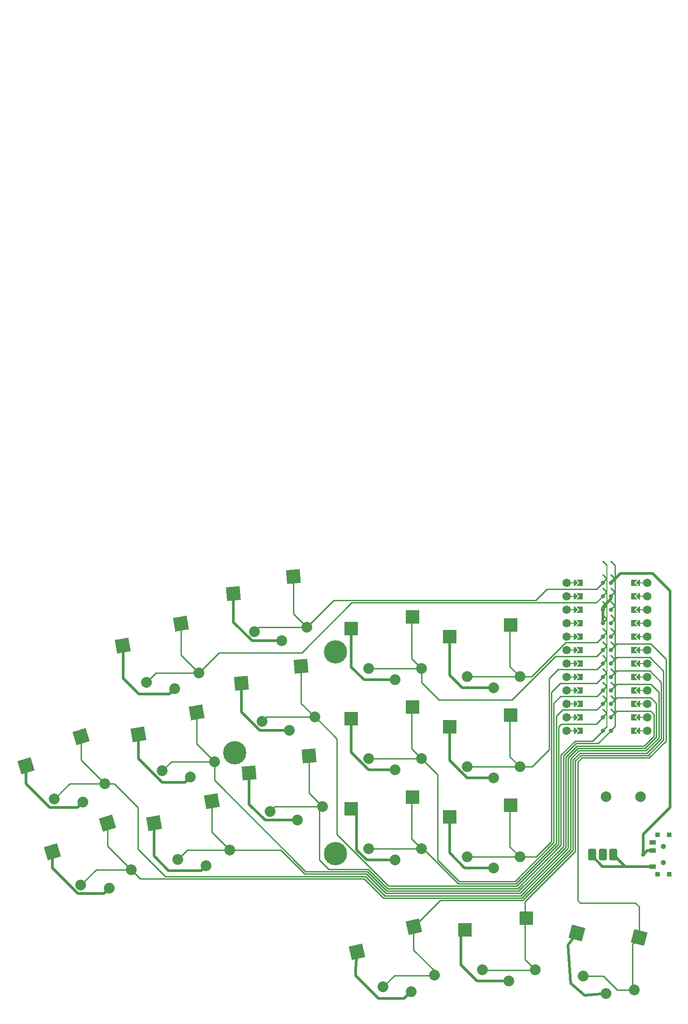
<source format=gtl>
%TF.GenerationSoftware,KiCad,Pcbnew,(6.0.4)*%
%TF.CreationDate,2022-05-26T21:53:46+02:00*%
%TF.ProjectId,batta,62617474-612e-46b6-9963-61645f706362,v1.0.0*%
%TF.SameCoordinates,Original*%
%TF.FileFunction,Copper,L1,Top*%
%TF.FilePolarity,Positive*%
%FSLAX46Y46*%
G04 Gerber Fmt 4.6, Leading zero omitted, Abs format (unit mm)*
G04 Created by KiCad (PCBNEW (6.0.4)) date 2022-05-26 21:53:46*
%MOMM*%
%LPD*%
G01*
G04 APERTURE LIST*
G04 Aperture macros list*
%AMRoundRect*
0 Rectangle with rounded corners*
0 $1 Rounding radius*
0 $2 $3 $4 $5 $6 $7 $8 $9 X,Y pos of 4 corners*
0 Add a 4 corners polygon primitive as box body*
4,1,4,$2,$3,$4,$5,$6,$7,$8,$9,$2,$3,0*
0 Add four circle primitives for the rounded corners*
1,1,$1+$1,$2,$3*
1,1,$1+$1,$4,$5*
1,1,$1+$1,$6,$7*
1,1,$1+$1,$8,$9*
0 Add four rect primitives between the rounded corners*
20,1,$1+$1,$2,$3,$4,$5,0*
20,1,$1+$1,$4,$5,$6,$7,0*
20,1,$1+$1,$6,$7,$8,$9,0*
20,1,$1+$1,$8,$9,$2,$3,0*%
%AMRotRect*
0 Rectangle, with rotation*
0 The origin of the aperture is its center*
0 $1 length*
0 $2 width*
0 $3 Rotation angle, in degrees counterclockwise*
0 Add horizontal line*
21,1,$1,$2,0,0,$3*%
%AMFreePoly0*
4,1,5,0.125000,-0.500000,-0.125000,-0.500000,-0.125000,0.500000,0.125000,0.500000,0.125000,-0.500000,0.125000,-0.500000,$1*%
%AMFreePoly1*
4,1,6,0.600000,0.200000,0.000000,-0.400000,-0.600000,0.200000,-0.600000,0.400000,0.600000,0.400000,0.600000,0.200000,0.600000,0.200000,$1*%
%AMFreePoly2*
4,1,6,0.600000,-0.250000,-0.600000,-0.250000,-0.600000,1.000000,0.000000,0.400000,0.600000,1.000000,0.600000,-0.250000,0.600000,-0.250000,$1*%
%AMFreePoly3*
4,1,49,0.088388,4.152388,0.854389,3.386388,0.867708,3.368551,0.871189,3.365530,0.871982,3.362827,0.875852,3.357644,0.882333,3.327543,0.891000,3.298000,0.891000,0.766000,0.887805,0.743969,0.888131,0.739371,0.886780,0.736898,0.885852,0.730498,0.869154,0.704638,0.854389,0.677612,0.088388,-0.088388,0.064607,-0.106146,0.062500,-0.108253,0.061385,-0.108552,0.059644,-0.109852,
0.043810,-0.113261,0.000000,-0.125000,-0.004774,-0.123721,-0.009154,-0.124664,-0.028953,-0.117242,-0.062500,-0.108253,-0.068237,-0.102516,-0.075052,-0.099961,-0.087614,-0.083139,-0.108253,-0.062500,-0.111178,-0.051584,-0.117161,-0.043572,-0.118539,-0.024114,-0.125000,0.000000,-0.121239,0.014035,-0.122131,0.026629,-0.113759,0.041953,-0.108253,0.062500,-0.095642,0.075111,-0.088388,0.088388,
0.641000,0.817777,0.641000,3.246223,-0.088388,3.975612,-0.109852,4.004356,-0.124664,4.073154,-0.099961,4.139052,-0.043572,4.181161,0.026629,4.186131,0.088388,4.152388,0.088388,4.152388,$1*%
%AMFreePoly4*
4,1,49,0.088388,4.152388,0.850389,3.390388,0.863708,3.372551,0.867189,3.369530,0.867982,3.366827,0.871852,3.361644,0.878333,3.331543,0.887000,3.302000,0.887000,0.762000,0.883805,0.739969,0.884131,0.735371,0.882780,0.732898,0.881852,0.726498,0.865154,0.700638,0.850389,0.673612,0.088388,-0.088388,0.064607,-0.106146,0.062500,-0.108253,0.061385,-0.108552,0.059644,-0.109852,
0.043810,-0.113261,0.000000,-0.125000,-0.004774,-0.123721,-0.009154,-0.124664,-0.028953,-0.117242,-0.062500,-0.108253,-0.068237,-0.102516,-0.075052,-0.099961,-0.087614,-0.083139,-0.108253,-0.062500,-0.111178,-0.051584,-0.117161,-0.043572,-0.118539,-0.024114,-0.125000,0.000000,-0.121239,0.014035,-0.122131,0.026629,-0.113759,0.041953,-0.108253,0.062500,-0.095642,0.075111,-0.088388,0.088388,
0.637000,0.813777,0.637000,3.250223,-0.088388,3.975612,-0.109852,4.004356,-0.124664,4.073154,-0.099961,4.139052,-0.043572,4.181161,0.026629,4.186131,0.088388,4.152388,0.088388,4.152388,$1*%
G04 Aperture macros list end*
%TA.AperFunction,SMDPad,CuDef*%
%ADD10R,0.900000X0.900000*%
%TD*%
%TA.AperFunction,SMDPad,CuDef*%
%ADD11R,1.250000X0.900000*%
%TD*%
%TA.AperFunction,ComponentPad*%
%ADD12RoundRect,0.375000X-0.375000X-0.750000X0.375000X-0.750000X0.375000X0.750000X-0.375000X0.750000X0*%
%TD*%
%TA.AperFunction,ComponentPad*%
%ADD13C,2.000000*%
%TD*%
%TA.AperFunction,SMDPad,CuDef*%
%ADD14RotRect,2.600000X2.600000X10.000000*%
%TD*%
%TA.AperFunction,ComponentPad*%
%ADD15C,2.032000*%
%TD*%
%TA.AperFunction,SMDPad,CuDef*%
%ADD16RotRect,2.600000X2.600000X5.000000*%
%TD*%
%TA.AperFunction,SMDPad,CuDef*%
%ADD17R,2.600000X2.600000*%
%TD*%
%TA.AperFunction,SMDPad,CuDef*%
%ADD18RotRect,2.600000X2.600000X345.000000*%
%TD*%
%TA.AperFunction,WasherPad*%
%ADD19C,1.000000*%
%TD*%
%TA.AperFunction,SMDPad,CuDef*%
%ADD20RotRect,2.600000X2.600000X13.000000*%
%TD*%
%TA.AperFunction,SMDPad,CuDef*%
%ADD21RotRect,2.600000X2.600000X17.000000*%
%TD*%
%TA.AperFunction,ComponentPad*%
%ADD22C,4.400000*%
%TD*%
%TA.AperFunction,SMDPad,CuDef*%
%ADD23FreePoly0,270.000000*%
%TD*%
%TA.AperFunction,SMDPad,CuDef*%
%ADD24FreePoly1,90.000000*%
%TD*%
%TA.AperFunction,SMDPad,CuDef*%
%ADD25FreePoly1,270.000000*%
%TD*%
%TA.AperFunction,ComponentPad*%
%ADD26C,1.600000*%
%TD*%
%TA.AperFunction,SMDPad,CuDef*%
%ADD27FreePoly0,90.000000*%
%TD*%
%TA.AperFunction,SMDPad,CuDef*%
%ADD28FreePoly2,270.000000*%
%TD*%
%TA.AperFunction,ComponentPad*%
%ADD29C,0.800000*%
%TD*%
%TA.AperFunction,SMDPad,CuDef*%
%ADD30FreePoly3,270.000000*%
%TD*%
%TA.AperFunction,SMDPad,CuDef*%
%ADD31FreePoly4,90.000000*%
%TD*%
%TA.AperFunction,SMDPad,CuDef*%
%ADD32FreePoly2,90.000000*%
%TD*%
%TA.AperFunction,ViaPad*%
%ADD33C,0.800000*%
%TD*%
%TA.AperFunction,Conductor*%
%ADD34C,0.250000*%
%TD*%
%TA.AperFunction,Conductor*%
%ADD35C,0.500000*%
%TD*%
G04 APERTURE END LIST*
D10*
%TO.P,T1,*%
%TO.N,*%
X165016000Y64082000D03*
X167216000Y71482000D03*
X167216000Y64082000D03*
X165016000Y71482000D03*
D11*
%TO.P,T1,1*%
%TO.N,Braw*%
X164041000Y65532000D03*
%TO.P,T1,2*%
%TO.N,RAW*%
X164041000Y68532000D03*
%TO.P,T1,3*%
%TO.N,N/C*%
X164041000Y70032000D03*
%TD*%
D12*
%TO.P,PAD1,1*%
%TO.N,Braw*%
X152654000Y67794000D03*
X156654000Y67794000D03*
%TO.P,PAD1,2*%
%TO.N,GND*%
X154654000Y67794000D03*
%TD*%
D13*
%TO.P,B1,1*%
%TO.N,RST*%
X161798000Y78740000D03*
%TO.P,B1,2*%
%TO.N,GND*%
X155298000Y78740000D03*
%TD*%
D14*
%TO.P,S11,1*%
%TO.N,P0*%
X74892476Y111381133D03*
D15*
X78284340Y102078801D03*
X68436262Y100342320D03*
D14*
%TO.P,S11,2*%
%TO.N,GND*%
X63899972Y107208920D03*
D15*
X73724962Y99142464D03*
%TD*%
%TO.P,S15,1*%
%TO.N,P8*%
X100217298Y93764406D03*
D16*
X97649093Y103326959D03*
D15*
X90255351Y92892848D03*
%TO.P,S15,2*%
%TO.N,GND*%
X95419352Y91236618D03*
D16*
X86334787Y100128683D03*
%TD*%
D17*
%TO.P,S21,1*%
%TO.N,P6*%
X118686086Y95636016D03*
D15*
X120411087Y85886017D03*
X110411087Y85886017D03*
D17*
%TO.P,S21,2*%
%TO.N,GND*%
X107136086Y93436017D03*
D15*
X115411087Y83786017D03*
%TD*%
D17*
%TO.P,S29,2*%
%TO.N,GND*%
X125709999Y108928000D03*
D15*
X133985000Y99278000D03*
D17*
%TO.P,S29,1*%
%TO.N,P2*%
X137259999Y111127999D03*
D15*
X138985000Y101378000D03*
X128985000Y101378000D03*
%TD*%
%TO.P,S33,1*%
%TO.N,P20*%
X150986151Y44846575D03*
X160645410Y42258385D03*
D18*
X161502672Y52122624D03*
D15*
%TO.P,S33,2*%
%TO.N,GND*%
X155272261Y41524036D03*
D18*
X149776827Y52986948D03*
%TD*%
D14*
%TO.P,S7,1*%
%TO.N,P16*%
X80796514Y77897669D03*
D15*
X74340300Y66858856D03*
X84188378Y68595337D03*
%TO.P,S7,2*%
%TO.N,GND*%
X79629000Y65659000D03*
D14*
X69804010Y73725456D03*
%TD*%
D19*
%TO.P,T2,*%
%TO.N,*%
X166116000Y69282000D03*
X166116000Y66282000D03*
%TD*%
D20*
%TO.P,S1,1*%
%TO.N,P18*%
X118958700Y54131434D03*
D15*
X113089062Y42769857D03*
X122832762Y45019368D03*
%TO.P,S1,2*%
%TO.N,GND*%
X118433309Y41848436D03*
D20*
X108199618Y49389637D03*
%TD*%
D15*
%TO.P,S5,1*%
%TO.N,P14*%
X50992495Y78270380D03*
D21*
X56055292Y90013726D03*
D15*
X60555542Y81194097D03*
D21*
%TO.P,S5,2*%
%TO.N,GND*%
X45653189Y84532964D03*
D15*
X56387999Y77723999D03*
%TD*%
D17*
%TO.P,S27,1*%
%TO.N,P4*%
X137259999Y94127999D03*
D15*
X138985000Y84378000D03*
X128985000Y84378000D03*
D17*
%TO.P,S27,2*%
%TO.N,GND*%
X125709999Y91928000D03*
D15*
X133985000Y82278000D03*
%TD*%
%TO.P,S9,2*%
%TO.N,GND*%
X76676981Y82400732D03*
D14*
X66851991Y90467188D03*
%TO.P,S9,1*%
%TO.N,P10*%
X77844495Y94639401D03*
D15*
X81236359Y85337069D03*
X71388281Y83600588D03*
%TD*%
D16*
%TO.P,S13,1*%
%TO.N,P9*%
X99130741Y86391649D03*
D15*
X91736999Y75957538D03*
X101698946Y76829096D03*
%TO.P,S13,2*%
%TO.N,GND*%
X96901000Y74301308D03*
D16*
X87816435Y83193373D03*
%TD*%
D15*
%TO.P,S17,1*%
%TO.N,P1*%
X88773704Y109828158D03*
D16*
X96167446Y120262269D03*
D15*
X98735651Y110699716D03*
%TO.P,S17,2*%
%TO.N,GND*%
X93937705Y108171928D03*
D16*
X84853140Y117063993D03*
%TD*%
D22*
%TO.P,REF\u002A\u002A,1*%
%TO.N,N/C*%
X85090000Y86995000D03*
X104140000Y106045000D03*
X104140000Y67945000D03*
%TD*%
D17*
%TO.P,S31,1*%
%TO.N,P19*%
X140180998Y55792000D03*
D15*
X141905999Y46042001D03*
X131905999Y46042001D03*
D17*
%TO.P,S31,2*%
%TO.N,GND*%
X128630998Y53592001D03*
D15*
X136905999Y43942001D03*
%TD*%
%TO.P,S3,1*%
%TO.N,P15*%
X55962814Y62013199D03*
D21*
X61025611Y73756545D03*
D15*
X65525861Y64936916D03*
%TO.P,S3,2*%
%TO.N,GND*%
X61358318Y61466818D03*
D21*
X50623508Y68275783D03*
%TD*%
D23*
%TO.P,,*%
%TO.N,*%
X161798000Y106426000D03*
D24*
X149606000Y111506000D03*
D25*
X161290000Y93726000D03*
D23*
X161798000Y119126000D03*
D26*
X147828000Y98806000D03*
D27*
X149098000Y103886000D03*
D24*
X149606000Y91186000D03*
D25*
X161290000Y114046000D03*
D24*
X149606000Y101346000D03*
D26*
X147828000Y91186000D03*
X163068000Y96266000D03*
X163068000Y111506000D03*
X147828000Y103886000D03*
D24*
X149606000Y108966000D03*
X149606000Y96266000D03*
D23*
X161798000Y91186000D03*
X161798000Y93726000D03*
D24*
X149606000Y119126000D03*
D27*
X149098000Y108966000D03*
D26*
X147828000Y101346000D03*
D25*
X161290000Y98806000D03*
X161290000Y111506000D03*
D27*
X149098000Y116586000D03*
D26*
X163068000Y103886000D03*
D23*
X161798000Y108966000D03*
D26*
X163068000Y93726000D03*
X163068000Y101346000D03*
D24*
X149606000Y114046000D03*
D23*
X161798000Y116586000D03*
X161798000Y98806000D03*
D25*
X161290000Y116586000D03*
X161290000Y106426000D03*
D26*
X147828000Y93726000D03*
D25*
X161290000Y119126000D03*
D27*
X149098000Y106426000D03*
D24*
X149606000Y98806000D03*
D26*
X163068000Y98806000D03*
D27*
X149098000Y91186000D03*
X149098000Y96266000D03*
D26*
X163068000Y114046000D03*
X163068000Y108966000D03*
X147828000Y111506000D03*
D23*
X161798000Y111506000D03*
D25*
X161290000Y103886000D03*
D24*
X149606000Y116586000D03*
D26*
X163068000Y119126000D03*
D27*
X149098000Y93726000D03*
D26*
X147828000Y119126000D03*
D25*
X161290000Y96266000D03*
D26*
X147828000Y116586000D03*
D23*
X161798000Y103886000D03*
X161798000Y101346000D03*
D27*
X149098000Y114046000D03*
D26*
X147828000Y96266000D03*
X147828000Y114046000D03*
D24*
X149606000Y106426000D03*
D25*
X161290000Y108966000D03*
D26*
X163068000Y91186000D03*
D24*
X149606000Y93726000D03*
D23*
X161798000Y114046000D03*
D24*
X149606000Y103886000D03*
D26*
X163068000Y106426000D03*
X147828000Y108966000D03*
D23*
X161798000Y96266000D03*
D25*
X161290000Y91186000D03*
D27*
X149098000Y98806000D03*
D26*
X163068000Y116586000D03*
D27*
X149098000Y111506000D03*
D26*
X147828000Y106426000D03*
D27*
X149098000Y119126000D03*
X149098000Y101346000D03*
D25*
X161290000Y101346000D03*
D28*
%TO.P,,1*%
%TO.N,RAW*%
X160274000Y119126000D03*
D29*
X156210000Y119126000D03*
D30*
X156210000Y119126000D03*
D28*
%TO.P,,2*%
%TO.N,GND*%
X160274000Y116586000D03*
D29*
X156210000Y116586000D03*
D30*
X156210000Y116586000D03*
D29*
%TO.P,,3*%
%TO.N,RST*%
X156210000Y114046000D03*
D30*
X156210000Y114046000D03*
D28*
X160274000Y114046000D03*
%TO.P,,4*%
%TO.N,VCC*%
X160274000Y111506000D03*
D29*
X156210000Y111506000D03*
D30*
X156210000Y111506000D03*
D28*
%TO.P,,5*%
%TO.N,P21*%
X160274000Y108966000D03*
D29*
X156210000Y108966000D03*
D30*
X156210000Y108966000D03*
%TO.P,,6*%
%TO.N,P20*%
X156210000Y106426000D03*
D28*
X160274000Y106426000D03*
D29*
X156210000Y106426000D03*
%TO.P,,7*%
%TO.N,P19*%
X156210000Y103886000D03*
D30*
X156210000Y103886000D03*
D28*
X160274000Y103886000D03*
D29*
%TO.P,,8*%
%TO.N,P18*%
X156210000Y101346000D03*
D28*
X160274000Y101346000D03*
D30*
X156210000Y101346000D03*
D29*
%TO.P,,9*%
%TO.N,P15*%
X156210000Y98806000D03*
D30*
X156210000Y98806000D03*
D28*
X160274000Y98806000D03*
%TO.P,,10*%
%TO.N,P14*%
X160274000Y96266000D03*
D30*
X156210000Y96266000D03*
D29*
X156210000Y96266000D03*
D28*
%TO.P,,11*%
%TO.N,P16*%
X160274000Y93726000D03*
D30*
X156210000Y93726000D03*
D29*
X156210000Y93726000D03*
D30*
%TO.P,,12*%
%TO.N,P10*%
X156210000Y91186000D03*
D29*
X156210000Y91186000D03*
D28*
X160274000Y91186000D03*
D29*
%TO.P,,13*%
%TO.N,P9*%
X154686000Y91186000D03*
D31*
X154686000Y91186000D03*
D32*
X150622000Y91186000D03*
D29*
%TO.P,,14*%
%TO.N,P8*%
X154686000Y93726000D03*
D32*
X150622000Y93726000D03*
D31*
X154686000Y93726000D03*
%TO.P,,15*%
%TO.N,P7*%
X154686000Y96266000D03*
D29*
X154686000Y96266000D03*
D32*
X150622000Y96266000D03*
D31*
%TO.P,,16*%
%TO.N,P6*%
X154686000Y98806000D03*
D29*
X154686000Y98806000D03*
D32*
X150622000Y98806000D03*
D31*
%TO.P,,17*%
%TO.N,P5*%
X154686000Y101346000D03*
D29*
X154686000Y101346000D03*
D32*
X150622000Y101346000D03*
%TO.P,,18*%
%TO.N,P4*%
X150622000Y103886000D03*
D31*
X154686000Y103886000D03*
D29*
X154686000Y103886000D03*
D31*
%TO.P,,19*%
%TO.N,P3*%
X154686000Y106426000D03*
D32*
X150622000Y106426000D03*
D29*
X154686000Y106426000D03*
%TO.P,,20*%
%TO.N,P2*%
X154686000Y108966000D03*
D32*
X150622000Y108966000D03*
D31*
X154686000Y108966000D03*
D32*
%TO.P,,21*%
%TO.N,GND*%
X150622000Y111506000D03*
D31*
X154686000Y111506000D03*
D29*
X154686000Y111506000D03*
%TO.P,,22*%
X154686000Y114046000D03*
D32*
X150622000Y114046000D03*
D31*
X154686000Y114046000D03*
%TO.P,,23*%
%TO.N,P0*%
X154686000Y116586000D03*
D29*
X154686000Y116586000D03*
D32*
X150622000Y116586000D03*
D31*
%TO.P,,24*%
%TO.N,P1*%
X154686000Y119126000D03*
D29*
X154686000Y119126000D03*
D32*
X150622000Y119126000D03*
%TD*%
D15*
%TO.P,S23,1*%
%TO.N,P3*%
X110411087Y102886017D03*
D17*
X118686086Y112636016D03*
D15*
X120411087Y102886017D03*
D17*
%TO.P,S23,2*%
%TO.N,GND*%
X107136086Y110436017D03*
D15*
X115411087Y100786017D03*
%TD*%
%TO.P,S25,1*%
%TO.N,P5*%
X138985000Y67378000D03*
D17*
X137259999Y77127999D03*
D15*
X128985000Y67378000D03*
D17*
%TO.P,S25,2*%
%TO.N,GND*%
X125709999Y74928000D03*
D15*
X133985000Y65278000D03*
%TD*%
%TO.P,S19,1*%
%TO.N,P7*%
X110411087Y68886017D03*
D17*
X118686086Y78636016D03*
D15*
X120411087Y68886017D03*
%TO.P,S19,2*%
%TO.N,GND*%
X115411087Y66786017D03*
D17*
X107136086Y76436017D03*
%TD*%
D33*
%TO.N,RAW*%
X162306000Y67769917D03*
%TD*%
D34*
%TO.N,P20*%
X161502672Y57953328D02*
X161502672Y52122624D01*
X160782000Y58674000D02*
X161502672Y57953328D01*
X150368000Y58674000D02*
X160782000Y58674000D01*
X149900160Y59141840D02*
X150368000Y58674000D01*
X166585600Y89243318D02*
X163389802Y86047520D01*
X166585600Y104686400D02*
X166585600Y89243318D01*
X163389802Y86047520D02*
X150691238Y86047520D01*
X150691238Y86047520D02*
X149900160Y85256442D01*
X163721489Y107550511D02*
X166585600Y104686400D01*
X157334511Y107550511D02*
X163721489Y107550511D01*
X149900160Y85256442D02*
X149900160Y59141840D01*
X156210000Y106426000D02*
X157334511Y107550511D01*
%TO.N,P19*%
X139954000Y56018998D02*
X140180998Y55792000D01*
X139954000Y58920827D02*
X139954000Y56018998D01*
X149450640Y68417469D02*
X139954000Y58920827D01*
X149450640Y85442640D02*
X149450640Y68417469D01*
X163203604Y86497040D02*
X150505040Y86497040D01*
X163533789Y105010511D02*
X166136080Y102408220D01*
X166136080Y89429516D02*
X163203604Y86497040D01*
X150505040Y86497040D02*
X149450640Y85442640D01*
X157334511Y105010511D02*
X163533789Y105010511D01*
X166136080Y102408220D02*
X166136080Y89429516D01*
X156210000Y103886000D02*
X157334511Y105010511D01*
%TO.N,P18*%
X123969106Y59141840D02*
X118958700Y54131434D01*
X139539293Y59141840D02*
X123969106Y59141840D01*
X149001120Y85628838D02*
X149001120Y68603667D01*
X149001120Y68603667D02*
X139539293Y59141840D01*
X163017406Y86946560D02*
X150318842Y86946560D01*
X150318842Y86946560D02*
X149001120Y85628838D01*
X165686560Y100317740D02*
X165686560Y89615714D01*
X165686560Y89615714D02*
X163017406Y86946560D01*
X163533789Y102470511D02*
X165686560Y100317740D01*
X156210000Y101346000D02*
X157334511Y102470511D01*
X157334511Y102470511D02*
X163533789Y102470511D01*
%TO.N,P15*%
X67236857Y63225920D02*
X65525861Y64936916D01*
X109592244Y63225920D02*
X67236857Y63225920D01*
X113226804Y59591360D02*
X109592244Y63225920D01*
X139353096Y59591360D02*
X113226804Y59591360D01*
X162831208Y87396080D02*
X150132644Y87396080D01*
X148551600Y85815036D02*
X148551600Y68789864D01*
X165237040Y89801912D02*
X162831208Y87396080D01*
X150132644Y87396080D02*
X148551600Y85815036D01*
X163721489Y99930511D02*
X165237040Y98414960D01*
X148551600Y68789864D02*
X139353096Y59591360D01*
X157334511Y99930511D02*
X163721489Y99930511D01*
X156210000Y98806000D02*
X157334511Y99930511D01*
X165237040Y98414960D02*
X165237040Y89801912D01*
D35*
%TO.N,RAW*%
X164084000Y120904000D02*
X157988000Y120904000D01*
X167386000Y117602000D02*
X164084000Y120904000D01*
X157988000Y120904000D02*
X156210000Y119126000D01*
X167386000Y76708000D02*
X167386000Y117602000D01*
X162306000Y71628000D02*
X167386000Y76708000D01*
X162306000Y67769917D02*
X162306000Y71628000D01*
X162306000Y67769917D02*
X163068083Y68532000D01*
X163068083Y68532000D02*
X164041000Y68532000D01*
%TO.N,Braw*%
X158916000Y65532000D02*
X164041000Y65532000D01*
X152654000Y67502953D02*
X154624953Y65532000D01*
X152654000Y67794000D02*
X152654000Y67502953D01*
X154624953Y65532000D02*
X158916000Y65532000D01*
X158916000Y65532000D02*
X156654000Y67794000D01*
D34*
%TO.N,P14*%
X62315903Y81194097D02*
X60555542Y81194097D01*
X66802000Y76708000D02*
X62315903Y81194097D01*
X66802000Y68834000D02*
X66802000Y76708000D01*
X71960560Y63675440D02*
X66802000Y68834000D01*
X109778442Y63675440D02*
X71960560Y63675440D01*
X113413002Y60040880D02*
X109778442Y63675440D01*
X139166899Y60040880D02*
X113413002Y60040880D01*
X148102078Y68976054D02*
X139166899Y60040880D01*
X148102080Y79999243D02*
X148102078Y68976054D01*
X148102080Y86001234D02*
X148102080Y79999243D01*
X164787520Y89988110D02*
X162645010Y87845600D01*
X164787520Y96324480D02*
X164787520Y89988110D01*
X162645010Y87845600D02*
X149946446Y87845600D01*
X149946446Y87845600D02*
X148102080Y86001234D01*
X157334511Y97390511D02*
X163721489Y97390511D01*
X163721489Y97390511D02*
X164787520Y96324480D01*
X156210000Y96266000D02*
X157334511Y97390511D01*
%TO.N,P16*%
X98307322Y64124960D02*
X93836945Y68595337D01*
X113599199Y60490400D02*
X109964639Y64124960D01*
X138980702Y60490400D02*
X113599199Y60490400D01*
X147652558Y69162252D02*
X138980702Y60490400D01*
X109964639Y64124960D02*
X98307322Y64124960D01*
X147652560Y80185440D02*
X147652558Y69162252D01*
X93836945Y68595337D02*
X84188378Y68595337D01*
%TO.N,P10*%
X81236359Y81831641D02*
X81236359Y85337069D01*
X98493520Y64574480D02*
X81236359Y81831641D01*
X138794505Y60939920D02*
X113785397Y60939920D01*
X110150837Y64574480D02*
X98493520Y64574480D01*
X113785397Y60939920D02*
X110150837Y64574480D01*
X147203040Y86373628D02*
X147203039Y69348450D01*
X146939716Y69085128D02*
X138794505Y60939920D01*
X149574052Y88744640D02*
X147203040Y86373628D01*
X153768640Y88744640D02*
X149574052Y88744640D01*
X156210000Y91186000D02*
X153768640Y88744640D01*
X147203039Y69348450D02*
X146939716Y69085128D01*
%TO.N,P16*%
X147652560Y86187431D02*
X147652560Y80185440D01*
X149760248Y88295120D02*
X147652560Y86187431D01*
X162458812Y88295120D02*
X149760248Y88295120D01*
X164338000Y94234000D02*
X164338000Y90174308D01*
X164338000Y90174308D02*
X162458812Y88295120D01*
X163721489Y94850511D02*
X164338000Y94234000D01*
X157334511Y94850511D02*
X163721489Y94850511D01*
X156210000Y93726000D02*
X157334511Y94850511D01*
%TO.N,P9*%
X101092000Y76222150D02*
X101698946Y76829096D01*
X101092000Y66802000D02*
X101092000Y76222150D01*
X102870000Y65024000D02*
X101092000Y66802000D01*
X110337035Y65024000D02*
X102870000Y65024000D01*
X138608308Y61389440D02*
X113971595Y61389440D01*
X146753519Y69534648D02*
X138608308Y61389440D01*
X146753520Y86559825D02*
X146753519Y69534648D01*
X149387855Y89194160D02*
X146753520Y86559825D01*
X113971595Y61389440D02*
X110337035Y65024000D01*
X152694160Y89194160D02*
X149387855Y89194160D01*
X154686000Y91186000D02*
X152694160Y89194160D01*
%TO.N,P8*%
X100291594Y93764406D02*
X100217298Y93764406D01*
X104394000Y89662000D02*
X100291594Y93764406D01*
X114157793Y61838960D02*
X104394000Y71602753D01*
X138422111Y61838960D02*
X114157793Y61838960D01*
X146812000Y92456000D02*
X146304000Y91948000D01*
X146304000Y91948000D02*
X146303999Y69720846D01*
X104394000Y71602753D02*
X104394000Y89662000D01*
X154686000Y93726000D02*
X153416000Y92456000D01*
X153416000Y92456000D02*
X146812000Y92456000D01*
X146303999Y69720846D02*
X138422111Y61838960D01*
D35*
%TO.N,GND*%
X108153560Y68655687D02*
X108153560Y75418544D01*
X115411087Y66786017D02*
X110023230Y66786017D01*
X110023230Y66786017D02*
X108153560Y68655687D01*
D34*
%TO.N,P7*%
X145854479Y69907044D02*
X138235914Y62288480D01*
X145854480Y93934063D02*
X145854479Y69907044D01*
X138235914Y62288480D02*
X127321802Y62288480D01*
X127321802Y62288480D02*
X120724265Y68886017D01*
X120724265Y68886017D02*
X120411087Y68886017D01*
X147029986Y95109569D02*
X145854480Y93934063D01*
X153529569Y95109569D02*
X147029986Y95109569D01*
X154686000Y96266000D02*
X153529569Y95109569D01*
%TO.N,P6*%
X123444000Y82853104D02*
X120411087Y85886017D01*
X123444000Y66802000D02*
X123444000Y82853104D01*
X138049717Y62738000D02*
X127508000Y62738000D01*
X145141637Y69829920D02*
X138049717Y62738000D01*
X127508000Y62738000D02*
X123444000Y66802000D01*
X145404960Y70093242D02*
X145141637Y69829920D01*
X145404960Y96382960D02*
X145404960Y70093242D01*
X146703489Y97681489D02*
X145404960Y96382960D01*
X154686000Y98806000D02*
X153561489Y97681489D01*
X153561489Y97681489D02*
X146703489Y97681489D01*
%TO.N,P5*%
X142054000Y67378000D02*
X138985000Y67378000D01*
X144955440Y98473440D02*
X144955440Y70279440D01*
X146634448Y100152448D02*
X144955440Y98473440D01*
X144955440Y70279440D02*
X142054000Y67378000D01*
X153492448Y100152448D02*
X146634448Y100152448D01*
X154686000Y101346000D02*
X153492448Y100152448D01*
%TO.N,P3*%
X120411087Y100314913D02*
X120411087Y102886017D01*
X137475418Y97028000D02*
X123698000Y97028000D01*
X123698000Y97028000D02*
X120411087Y100314913D01*
X145690531Y105243113D02*
X137475418Y97028000D01*
X154686000Y106426000D02*
X153503113Y105243113D01*
X153503113Y105243113D02*
X145690531Y105243113D01*
%TO.N,P2*%
X141189700Y101378000D02*
X138985000Y101378000D01*
X153561489Y107841489D02*
X147653189Y107841489D01*
X154686000Y108966000D02*
X153561489Y107841489D01*
X147653189Y107841489D02*
X141189700Y101378000D01*
%TO.N,P4*%
X144505920Y101071920D02*
X144505920Y87609920D01*
X146195489Y102761489D02*
X144505920Y101071920D01*
X144505920Y87609920D02*
X141274000Y84378000D01*
X153561489Y102761489D02*
X146195489Y102761489D01*
X141274000Y84378000D02*
X138985000Y84378000D01*
X154686000Y103886000D02*
X153561489Y102761489D01*
D35*
%TO.N,GND*%
X156210000Y116078000D02*
X156210000Y116586000D01*
X154686000Y114554000D02*
X156210000Y116078000D01*
X154686000Y114046000D02*
X154686000Y114554000D01*
X154686000Y111506000D02*
X154686000Y114046000D01*
D34*
%TO.N,P1*%
X103827005Y115791070D02*
X98735651Y110699716D01*
X144084592Y117922592D02*
X141953070Y115791070D01*
X153482592Y117922592D02*
X144084592Y117922592D01*
X141953070Y115791070D02*
X103827005Y115791070D01*
X154686000Y119126000D02*
X153482592Y117922592D01*
%TO.N,P0*%
X82123539Y105918000D02*
X78284340Y102078801D01*
X107213550Y115341550D02*
X97790000Y105918000D01*
X153441550Y115341550D02*
X107213550Y115341550D01*
X154686000Y116586000D02*
X153441550Y115341550D01*
X97790000Y105918000D02*
X82123539Y105918000D01*
%TO.N,P7*%
X118536566Y78486496D02*
X118536566Y70760538D01*
X118536566Y70760538D02*
X120411087Y68886017D01*
X118686087Y78636017D02*
X118536566Y78486496D01*
X120411087Y68886017D02*
X110411087Y68886017D01*
D35*
%TO.N,GND*%
X55452647Y60450819D02*
X50623509Y65279957D01*
X88357387Y108171928D02*
X84853141Y111676174D01*
X72708963Y98126465D02*
X73724962Y99142464D01*
X112268000Y40640000D02*
X107965808Y44942192D01*
X50133217Y76708000D02*
X45653189Y81188028D01*
X55372000Y76708000D02*
X50133217Y76708000D01*
X125710000Y85580453D02*
X125710000Y91928000D01*
X148606015Y43515030D02*
X148104618Y50685347D01*
X56387999Y77723999D02*
X55372000Y76708000D01*
X66962547Y98126465D02*
X72708963Y98126465D01*
X63899972Y107208920D02*
X63987080Y107208920D01*
X133985000Y82278000D02*
X129012453Y82278000D01*
X78721517Y64751517D02*
X72569226Y64751517D01*
X84853141Y111676174D02*
X84853141Y117063993D01*
X71393358Y81384733D02*
X66851992Y85926099D01*
X117348913Y40905784D02*
X117083129Y40640000D01*
X61358318Y61466818D02*
X60342319Y60450819D01*
X107965808Y44942192D02*
X107965808Y46045990D01*
X93937705Y108171928D02*
X88357387Y108171928D01*
X64008000Y101081012D02*
X66962547Y98126465D01*
X90798692Y74301308D02*
X87816436Y77283564D01*
X45653189Y81188028D02*
X45653189Y84532964D01*
X130919444Y43942000D02*
X127880444Y46981000D01*
X107136087Y103216201D02*
X107136087Y110436017D01*
X87816436Y77283564D02*
X87816436Y83193373D01*
X115411087Y100786017D02*
X109566271Y100786017D01*
X110438540Y83786017D02*
X107136087Y87088470D01*
X129012453Y82278000D02*
X125710000Y85580453D01*
X115411087Y83786017D02*
X110438540Y83786017D01*
X125710000Y68092000D02*
X125710000Y74928000D01*
X63987080Y107208920D02*
X64008000Y107188000D01*
X133985000Y99278000D02*
X128052000Y99278000D01*
X86334788Y94740864D02*
X86334788Y100128683D01*
X107136087Y87088470D02*
X107136087Y93436017D01*
X117083129Y40640000D02*
X112268000Y40640000D01*
X128524000Y65278000D02*
X125710000Y68092000D01*
X109566271Y100786017D02*
X107136087Y103216201D01*
X155272260Y41524036D02*
X151222187Y41240826D01*
X96901000Y74301308D02*
X90798692Y74301308D01*
X125710000Y101620000D02*
X125710000Y108928000D01*
X151222187Y41240826D02*
X148606015Y43515030D01*
X148104618Y50685347D02*
X149776829Y52986947D01*
X128052000Y99278000D02*
X125710000Y101620000D01*
X60342319Y60450819D02*
X55452647Y60450819D01*
X133985000Y65278000D02*
X128524000Y65278000D01*
X107965808Y46045990D02*
X108199618Y49389637D01*
X50623509Y65279957D02*
X50623509Y68275783D01*
X64008000Y107188000D02*
X64008000Y101081012D01*
X76676981Y82400732D02*
X75660982Y81384733D01*
X95419352Y91236618D02*
X89839034Y91236618D01*
X75660982Y81384733D02*
X71393358Y81384733D01*
X72569226Y64751517D02*
X69804011Y67516732D01*
X79629000Y65659000D02*
X78721517Y64751517D01*
X89839034Y91236618D02*
X86334788Y94740864D01*
X66851992Y85926099D02*
X66851992Y90467188D01*
X118433309Y41848436D02*
X117348913Y40905784D01*
X127880444Y46981000D02*
X127880444Y52291999D01*
X69804011Y67516732D02*
X69804011Y73725456D01*
X136906000Y43942000D02*
X130919444Y43942000D01*
D34*
%TO.N,P16*%
X80796515Y71987200D02*
X84188378Y68595337D01*
X84188378Y68595337D02*
X76076781Y68595337D01*
X80796515Y77897670D02*
X80796515Y71987200D01*
X76076781Y68595337D02*
X74340300Y66858856D01*
%TO.N,P9*%
X92608557Y76829096D02*
X91736999Y75957538D01*
X101698946Y76829096D02*
X99130742Y79397300D01*
X99130742Y79397300D02*
X99130742Y86391651D01*
X101698946Y76829096D02*
X92608557Y76829096D01*
%TO.N,P2*%
X137110479Y103252521D02*
X137110479Y110978479D01*
%TO.N,P4*%
X137110479Y86252521D02*
X137110479Y93978479D01*
%TO.N,P2*%
X128985000Y101378000D02*
X138985000Y101378000D01*
X137110479Y110978479D02*
X137260000Y111128000D01*
X138985000Y101378000D02*
X137110479Y103252521D01*
%TO.N,P4*%
X138985000Y84378000D02*
X137110479Y86252521D01*
X137110479Y93978479D02*
X137260000Y94128000D01*
X128985000Y84378000D02*
X138985000Y84378000D01*
%TO.N,P6*%
X118536566Y87760538D02*
X120411087Y85886017D01*
X110411087Y85886017D02*
X120411087Y85886017D01*
%TO.N,P3*%
X118536566Y112486496D02*
X118536566Y104760538D01*
%TO.N,P6*%
X118536566Y95486496D02*
X118536566Y87760538D01*
%TO.N,P3*%
X120411087Y102886017D02*
X110411087Y102886017D01*
X118686087Y112636017D02*
X118536566Y112486496D01*
%TO.N,P6*%
X118686087Y95636017D02*
X118536566Y95486496D01*
%TO.N,P3*%
X118536566Y104760538D02*
X120411087Y102886017D01*
%TO.N,P0*%
X70172743Y102078801D02*
X68436262Y100342320D01*
%TO.N,P1*%
X96167447Y120262271D02*
X96167447Y113267920D01*
%TO.N,P0*%
X74892477Y111381134D02*
X74892477Y105470664D01*
X78284340Y102078801D02*
X70172743Y102078801D01*
%TO.N,P1*%
X89645262Y110699716D02*
X88773704Y109828158D01*
X98735651Y110699716D02*
X89645262Y110699716D01*
%TO.N,P0*%
X74892477Y105470664D02*
X78284340Y102078801D01*
%TO.N,P1*%
X96167447Y113267920D02*
X98735651Y110699716D01*
%TO.N,P10*%
X77844496Y88728932D02*
X81236359Y85337069D01*
X77844496Y94639402D02*
X77844496Y88728932D01*
X81236359Y85337069D02*
X73124762Y85337069D01*
X73124762Y85337069D02*
X71388281Y83600588D01*
%TO.N,P15*%
X61025611Y69437166D02*
X65525861Y64936916D01*
X65525861Y64936916D02*
X58886531Y64936916D01*
X58886531Y64936916D02*
X55962814Y62013199D01*
X61025611Y73756547D02*
X61025611Y69437166D01*
%TO.N,P14*%
X60555542Y81194097D02*
X53916212Y81194097D01*
X56055292Y90013728D02*
X56055292Y85694347D01*
X53916212Y81194097D02*
X50992495Y78270380D01*
X56055292Y85694347D02*
X60555542Y81194097D01*
%TO.N,P18*%
X118958701Y54131436D02*
X118872000Y54044735D01*
X122771394Y44958000D02*
X115277205Y44958000D01*
X115277205Y44958000D02*
X113089062Y42769857D01*
X122832762Y45823238D02*
X122832762Y45019368D01*
X122832762Y45019368D02*
X122771394Y44958000D01*
X118872000Y54044735D02*
X118872000Y49784000D01*
X118872000Y49784000D02*
X122832762Y45823238D01*
%TO.N,P19*%
X139954000Y55565002D02*
X139954000Y47994000D01*
X140180998Y55792000D02*
X139954000Y55565002D01*
%TO.N,P8*%
X100217298Y93764406D02*
X91126909Y93764406D01*
X97649094Y96332610D02*
X100217298Y93764406D01*
%TO.N,P19*%
X141905999Y46042001D02*
X141838935Y45974937D01*
X131973062Y45974937D02*
X131905999Y46042000D01*
%TO.N,P8*%
X97649094Y103326961D02*
X97649094Y96332610D01*
%TO.N,P19*%
X139954000Y47994000D02*
X141905999Y46042001D01*
X141838935Y45974937D02*
X131973062Y45974937D01*
%TO.N,P8*%
X91126909Y93764406D02*
X90255351Y92892848D01*
%TO.N,P20*%
X160274000Y50893952D02*
X160274000Y42629795D01*
X157385615Y42258385D02*
X154797425Y44846575D01*
X161502673Y52122625D02*
X160274000Y50893952D01*
X160645410Y42258385D02*
X157385615Y42258385D01*
X160274000Y42629795D02*
X160645410Y42258385D01*
X154797425Y44846575D02*
X150986152Y44846575D01*
%TO.N,P5*%
X138985000Y67378000D02*
X128985000Y67378000D01*
X137110479Y76978479D02*
X137260000Y77128000D01*
X137110479Y69252521D02*
X137110479Y76978479D01*
X138985000Y67378000D02*
X137110479Y69252521D01*
%TD*%
M02*

</source>
